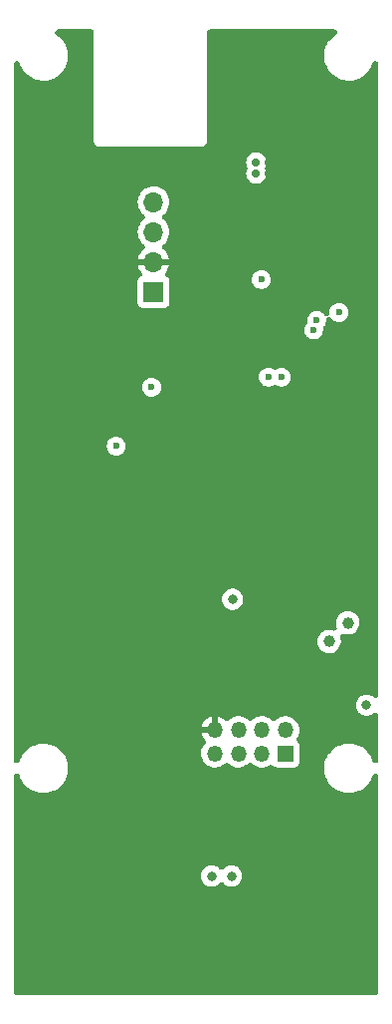
<source format=gbr>
%TF.GenerationSoftware,KiCad,Pcbnew,6.0.7+dfsg-3*%
%TF.CreationDate,2022-09-21T21:46:23+02:00*%
%TF.ProjectId,Adapter_RCB_F9T,41646170-7465-4725-9f52-43425f463954,1*%
%TF.SameCoordinates,Original*%
%TF.FileFunction,Copper,L3,Inr*%
%TF.FilePolarity,Positive*%
%FSLAX46Y46*%
G04 Gerber Fmt 4.6, Leading zero omitted, Abs format (unit mm)*
G04 Created by KiCad (PCBNEW 6.0.7+dfsg-3) date 2022-09-21 21:46:23*
%MOMM*%
%LPD*%
G01*
G04 APERTURE LIST*
%TA.AperFunction,ComponentPad*%
%ADD10R,1.350000X1.350000*%
%TD*%
%TA.AperFunction,ComponentPad*%
%ADD11O,1.350000X1.350000*%
%TD*%
%TA.AperFunction,ComponentPad*%
%ADD12R,1.700000X1.700000*%
%TD*%
%TA.AperFunction,ComponentPad*%
%ADD13O,1.700000X1.700000*%
%TD*%
%TA.AperFunction,ViaPad*%
%ADD14C,0.800000*%
%TD*%
%TA.AperFunction,ViaPad*%
%ADD15C,0.700000*%
%TD*%
%TA.AperFunction,ViaPad*%
%ADD16C,1.000000*%
%TD*%
%TA.AperFunction,ViaPad*%
%ADD17C,0.600000*%
%TD*%
G04 APERTURE END LIST*
D10*
%TO.N,Net-(C41-Pad1)*%
%TO.C,J41*%
X77600000Y-99000000D03*
D11*
%TO.N,Net-(C42-Pad1)*%
X77600000Y-97000000D03*
%TO.N,/F9T_TXD*%
X75600000Y-99000000D03*
%TO.N,Net-(J41-Pad4)*%
X75600000Y-97000000D03*
%TO.N,/F9T_RXD*%
X73600000Y-99000000D03*
%TO.N,/TP1*%
X73600000Y-97000000D03*
%TO.N,/TP2*%
X71600000Y-99000000D03*
%TO.N,GND*%
X71600000Y-97000000D03*
%TD*%
D12*
%TO.N,-5V*%
%TO.C,J2*%
X66375000Y-59800000D03*
D13*
%TO.N,GND*%
X66375000Y-57260000D03*
%TO.N,+5V*%
X66375000Y-54720000D03*
%TO.N,VBUS*%
X66375000Y-52180000D03*
%TD*%
D14*
%TO.N,GND*%
X64100000Y-90100000D03*
D15*
X76200000Y-49750000D03*
D14*
X85000000Y-105000000D03*
X76000000Y-108300000D03*
X64300000Y-94100000D03*
X76300000Y-112700000D03*
X67100000Y-89700000D03*
X60000000Y-50000000D03*
X85000000Y-90000000D03*
X84250000Y-114000000D03*
X59100000Y-105000000D03*
X64300000Y-93100000D03*
X59100000Y-106000000D03*
X58500000Y-119000000D03*
X81500000Y-115000000D03*
X76400000Y-110600000D03*
X81900000Y-113800000D03*
D16*
X64750000Y-76600000D03*
D14*
X60000000Y-85000000D03*
X59100000Y-103900000D03*
X78500000Y-115000000D03*
X70000000Y-115000000D03*
X64300000Y-98100000D03*
X81340000Y-58440500D03*
X81200000Y-105300000D03*
X58200000Y-113900000D03*
X66100000Y-94100000D03*
X76400000Y-109400000D03*
X68100000Y-57250000D03*
X55000000Y-45000000D03*
X62700000Y-102700000D03*
X72500000Y-75000000D03*
D15*
X74200000Y-64800000D03*
X78700000Y-60300000D03*
D14*
X85000000Y-110000000D03*
X70200000Y-102900000D03*
X65000000Y-105000000D03*
X72700000Y-95200000D03*
X59100000Y-114000000D03*
X58200000Y-112100000D03*
X76500000Y-47250000D03*
X55000000Y-70000000D03*
X78300000Y-110000000D03*
X78500000Y-118000000D03*
X65000000Y-89700000D03*
X85000000Y-45000000D03*
X72500000Y-100700000D03*
X82700000Y-108300000D03*
X74575000Y-43050000D03*
X75100000Y-101600000D03*
X79700000Y-111700000D03*
X71600000Y-104000000D03*
X66100000Y-99100000D03*
X61500000Y-118000000D03*
X81300000Y-110000000D03*
X80000000Y-80000000D03*
X69050000Y-91900000D03*
X79700000Y-108300000D03*
X66100000Y-93100000D03*
X78700000Y-108300000D03*
X64300000Y-95100000D03*
X70600000Y-103900000D03*
X55750000Y-114000000D03*
X80300000Y-110000000D03*
X70000000Y-50000000D03*
X81500000Y-119000000D03*
X66100000Y-98100000D03*
X74500000Y-94100000D03*
X58500000Y-115000000D03*
D15*
X77000000Y-62000500D03*
D14*
X60000000Y-40000000D03*
X72700000Y-94100000D03*
X59100000Y-111000000D03*
X83600000Y-108900000D03*
D15*
X77000000Y-63100500D03*
D14*
X59100000Y-107000000D03*
X78950000Y-75800000D03*
X70700000Y-101800000D03*
X59100000Y-108000000D03*
X77700000Y-108300000D03*
X85000000Y-55000000D03*
D15*
X75900000Y-63100500D03*
D14*
X80000000Y-45000000D03*
X65000000Y-80000000D03*
D15*
X75900000Y-62000500D03*
D14*
X59100000Y-112000000D03*
X60900000Y-114000000D03*
X55000000Y-55000000D03*
X81600000Y-93400000D03*
X65000000Y-110000000D03*
X64800000Y-100600000D03*
X60900000Y-111000000D03*
X66500000Y-71450000D03*
X76400000Y-95600000D03*
X59800000Y-103200000D03*
X81040000Y-59840500D03*
X77300000Y-110000000D03*
X64250000Y-114000000D03*
X67100000Y-92400000D03*
X77500000Y-90000000D03*
X55000000Y-105000000D03*
X60900000Y-105000000D03*
X74500000Y-95200000D03*
X55000000Y-85000000D03*
X66100000Y-95100000D03*
X79100000Y-114300000D03*
X66100000Y-96100000D03*
X61200000Y-101800000D03*
X85000000Y-50000000D03*
X80700000Y-111700000D03*
X79100000Y-106600000D03*
X85000000Y-75000000D03*
X81500000Y-117000000D03*
X72500000Y-80000000D03*
X70700000Y-100700000D03*
X81500000Y-118000000D03*
X80900000Y-114200000D03*
X60900000Y-110000000D03*
X55000000Y-90000000D03*
X60000000Y-90000000D03*
D15*
X73650000Y-49750000D03*
D14*
X61900000Y-101100000D03*
X75750000Y-114000000D03*
X79000000Y-113400000D03*
X85000000Y-80000000D03*
X76100000Y-105800000D03*
X81700000Y-111700000D03*
X75100000Y-104100000D03*
X64000000Y-99000000D03*
X80700000Y-108300000D03*
X77100000Y-106700000D03*
D15*
X78700000Y-64800000D03*
D14*
X62600000Y-100400000D03*
X77000000Y-113300000D03*
X83600000Y-111100000D03*
X63400000Y-102000000D03*
D15*
X74200000Y-60300000D03*
D14*
X79100000Y-103800000D03*
X80000000Y-55000000D03*
X72500000Y-70000000D03*
X66100000Y-92150000D03*
X77700000Y-111700000D03*
X85000000Y-70000000D03*
X72500000Y-55000000D03*
X65500000Y-99900000D03*
X57900000Y-113000000D03*
X55000000Y-95000000D03*
X76100000Y-104100000D03*
X78500000Y-119000000D03*
X60900000Y-106000000D03*
X60000000Y-80000000D03*
X80000000Y-50000000D03*
X64500000Y-57250000D03*
X81150000Y-65700000D03*
D15*
X76200000Y-48850000D03*
D14*
X84000000Y-110000000D03*
X70000000Y-90200000D03*
X60000000Y-100000000D03*
X64300000Y-96100000D03*
X61500000Y-116000000D03*
X77100000Y-105800000D03*
X65000000Y-85000000D03*
X55000000Y-80000000D03*
X82700000Y-111700000D03*
X79300000Y-110000000D03*
X78700000Y-111700000D03*
X78000000Y-113400000D03*
X64000000Y-91100000D03*
X60950000Y-113000000D03*
X60900000Y-108000000D03*
X64300000Y-97100000D03*
D16*
X63400000Y-71500000D03*
D14*
X61300000Y-104100000D03*
X66100000Y-89900000D03*
X85000000Y-65000000D03*
X60000000Y-45000000D03*
X55000000Y-110000000D03*
X58500000Y-117000000D03*
X69050000Y-90200000D03*
X78100000Y-103600000D03*
X59100000Y-109000000D03*
X60900000Y-109000000D03*
X68100000Y-90200000D03*
X63300000Y-99700000D03*
X55000000Y-60000000D03*
X61500000Y-117000000D03*
X81500000Y-116000000D03*
X55000000Y-75000000D03*
X81120345Y-104192602D03*
X75100000Y-105800000D03*
X76000000Y-111700000D03*
X61500000Y-115000000D03*
X76300000Y-107300000D03*
X58500000Y-118000000D03*
X85000000Y-60000000D03*
X74700000Y-92200000D03*
X78500000Y-116000000D03*
X65000000Y-65000000D03*
X60900000Y-112000000D03*
X80700000Y-107300000D03*
X66100000Y-97100000D03*
X78500000Y-117000000D03*
X74950000Y-93200000D03*
X80200000Y-103600000D03*
X60000000Y-95000000D03*
X80900000Y-106300000D03*
X72500000Y-101800000D03*
X73600000Y-92000000D03*
X70000000Y-91900000D03*
X55000000Y-50000000D03*
X64300000Y-92150000D03*
X65000000Y-50000000D03*
X82300000Y-110000000D03*
X55000000Y-65000000D03*
X60500000Y-102500000D03*
X77100000Y-104100000D03*
X78100000Y-106600000D03*
X60900000Y-107000000D03*
X68100000Y-91900000D03*
X85000000Y-85000000D03*
X64100000Y-101300000D03*
X80000000Y-70000000D03*
X60000000Y-55000000D03*
X81700000Y-108300000D03*
X59100000Y-110000000D03*
X61500000Y-119000000D03*
D15*
X73650000Y-48800000D03*
D14*
X58500000Y-116000000D03*
X82100000Y-112700000D03*
X62000000Y-103400000D03*
D17*
%TO.N,/CP_VIN*%
X66200000Y-67900000D03*
X63200000Y-72900000D03*
%TO.N,/USB_D-*%
X80240000Y-62220500D03*
D15*
X75100000Y-48800000D03*
%TO.N,/USB_D+*%
X75100000Y-49750000D03*
D17*
X79990000Y-63040500D03*
%TO.N,/VDD*%
X82140000Y-61540500D03*
X75540000Y-58740500D03*
D16*
%TO.N,Net-(C42-Pad1)*%
X81300000Y-89500000D03*
X82900000Y-87900000D03*
D17*
%TO.N,/F9T_TXD*%
X76140000Y-67040500D03*
%TO.N,/F9T_RXD*%
X77240000Y-67040500D03*
D14*
%TO.N,-5V*%
X73100000Y-85900000D03*
X73000000Y-109400000D03*
%TO.N,+5VA*%
X84500000Y-94900000D03*
X71300000Y-109400000D03*
%TD*%
%TA.AperFunction,Conductor*%
%TO.N,GND*%
G36*
X61145788Y-37519454D02*
G01*
X61226570Y-37573430D01*
X61280546Y-37654212D01*
X61299500Y-37749500D01*
X61299500Y-46991166D01*
X61299495Y-46992687D01*
X61299195Y-47041822D01*
X61299031Y-47068624D01*
X61303906Y-47085681D01*
X61303907Y-47085687D01*
X61304687Y-47088416D01*
X61311758Y-47121539D01*
X61312162Y-47124358D01*
X61314677Y-47141918D01*
X61322016Y-47158059D01*
X61322553Y-47159897D01*
X61332771Y-47187667D01*
X61333554Y-47189416D01*
X61338428Y-47206471D01*
X61349413Y-47223881D01*
X61365494Y-47253685D01*
X61374016Y-47272428D01*
X61385598Y-47285869D01*
X61386628Y-47287480D01*
X61404219Y-47311254D01*
X61405464Y-47312716D01*
X61414930Y-47327720D01*
X61430366Y-47341352D01*
X61454161Y-47365440D01*
X61467600Y-47381037D01*
X61482489Y-47390687D01*
X61483928Y-47391943D01*
X61507488Y-47409827D01*
X61509093Y-47410881D01*
X61522388Y-47422623D01*
X61540189Y-47430981D01*
X61541024Y-47431373D01*
X61570621Y-47447813D01*
X61573014Y-47449364D01*
X61573018Y-47449366D01*
X61587905Y-47459015D01*
X61604903Y-47464098D01*
X61606642Y-47464902D01*
X61634272Y-47475453D01*
X61636103Y-47476013D01*
X61652163Y-47483553D01*
X61672513Y-47486722D01*
X61705538Y-47494195D01*
X61708266Y-47495011D01*
X61708268Y-47495011D01*
X61725261Y-47500093D01*
X61742996Y-47500202D01*
X61742999Y-47500202D01*
X61751289Y-47500252D01*
X61758510Y-47500296D01*
X61758524Y-47500297D01*
X61759748Y-47500304D01*
X61759748Y-47500344D01*
X61760090Y-47500357D01*
X61761009Y-47500500D01*
X61791166Y-47500500D01*
X61792687Y-47500505D01*
X61864023Y-47500941D01*
X61864025Y-47500941D01*
X61868624Y-47500969D01*
X61870194Y-47500520D01*
X61870490Y-47500500D01*
X70391166Y-47500500D01*
X70392687Y-47500505D01*
X70450883Y-47500861D01*
X70450886Y-47500861D01*
X70468624Y-47500969D01*
X70485681Y-47496094D01*
X70485687Y-47496093D01*
X70488416Y-47495313D01*
X70521539Y-47488242D01*
X70524358Y-47487838D01*
X70524361Y-47487837D01*
X70541918Y-47485323D01*
X70558059Y-47477984D01*
X70559897Y-47477447D01*
X70587667Y-47467229D01*
X70589416Y-47466446D01*
X70606471Y-47461572D01*
X70623886Y-47450584D01*
X70653685Y-47434506D01*
X70672428Y-47425984D01*
X70685869Y-47414402D01*
X70687480Y-47413372D01*
X70711254Y-47395781D01*
X70712716Y-47394536D01*
X70727720Y-47385070D01*
X70741352Y-47369634D01*
X70765440Y-47345839D01*
X70781037Y-47332400D01*
X70790687Y-47317511D01*
X70791943Y-47316072D01*
X70809827Y-47292512D01*
X70810881Y-47290907D01*
X70822623Y-47277612D01*
X70831373Y-47258976D01*
X70847813Y-47229379D01*
X70849364Y-47226986D01*
X70849366Y-47226982D01*
X70859015Y-47212095D01*
X70864098Y-47195097D01*
X70864902Y-47193358D01*
X70875453Y-47165728D01*
X70876013Y-47163897D01*
X70883553Y-47147837D01*
X70886722Y-47127487D01*
X70894195Y-47094462D01*
X70895011Y-47091734D01*
X70895011Y-47091732D01*
X70900093Y-47074739D01*
X70900304Y-47040252D01*
X70900344Y-47040252D01*
X70900357Y-47039910D01*
X70900500Y-47038991D01*
X70900500Y-47008834D01*
X70900505Y-47007313D01*
X70900941Y-46935977D01*
X70900941Y-46935975D01*
X70900969Y-46931376D01*
X70900520Y-46929806D01*
X70900500Y-46929510D01*
X70900500Y-37749500D01*
X70919454Y-37654212D01*
X70973430Y-37573430D01*
X71054212Y-37519454D01*
X71149500Y-37500500D01*
X81760317Y-37500500D01*
X81855605Y-37519454D01*
X81936387Y-37573430D01*
X81990363Y-37654212D01*
X82009317Y-37749500D01*
X81990363Y-37844788D01*
X81936387Y-37925570D01*
X81903494Y-37953219D01*
X81675024Y-38113791D01*
X81465224Y-38308749D01*
X81459850Y-38315315D01*
X81289194Y-38523814D01*
X81289189Y-38523821D01*
X81283823Y-38530377D01*
X81134180Y-38774573D01*
X81019062Y-39036818D01*
X81016742Y-39044961D01*
X81016741Y-39044965D01*
X81010814Y-39065773D01*
X80940600Y-39312261D01*
X80900246Y-39595804D01*
X80898747Y-39882200D01*
X80936129Y-40166149D01*
X81011702Y-40442398D01*
X81124068Y-40705835D01*
X81128422Y-40713110D01*
X81128423Y-40713112D01*
X81140116Y-40732650D01*
X81271146Y-40951585D01*
X81450215Y-41175100D01*
X81657962Y-41372245D01*
X81890543Y-41539371D01*
X82143653Y-41673386D01*
X82412610Y-41771810D01*
X82420883Y-41773614D01*
X82420887Y-41773615D01*
X82684147Y-41831015D01*
X82684151Y-41831016D01*
X82692436Y-41832822D01*
X82700887Y-41833487D01*
X82700893Y-41833488D01*
X82800698Y-41841343D01*
X82917053Y-41850500D01*
X83071992Y-41850500D01*
X83196517Y-41842011D01*
X83277278Y-41836505D01*
X83277283Y-41836504D01*
X83285737Y-41835928D01*
X83294031Y-41834210D01*
X83294034Y-41834210D01*
X83557890Y-41779568D01*
X83566186Y-41777850D01*
X83836158Y-41682248D01*
X83843679Y-41678366D01*
X83843684Y-41678364D01*
X83955411Y-41620697D01*
X84090658Y-41550891D01*
X84324976Y-41386209D01*
X84534776Y-41191251D01*
X84578855Y-41137397D01*
X84710806Y-40976186D01*
X84710811Y-40976179D01*
X84716177Y-40969623D01*
X84865820Y-40725427D01*
X84980938Y-40463182D01*
X84986859Y-40442398D01*
X85011026Y-40357557D01*
X85055360Y-40271107D01*
X85129402Y-40208204D01*
X85221880Y-40178423D01*
X85318716Y-40186299D01*
X85405166Y-40230633D01*
X85468069Y-40304675D01*
X85497850Y-40397153D01*
X85499500Y-40425773D01*
X85499500Y-94024410D01*
X85480546Y-94119698D01*
X85426570Y-94200480D01*
X85345788Y-94254456D01*
X85250500Y-94273410D01*
X85155212Y-94254456D01*
X85104142Y-94225855D01*
X84963292Y-94123522D01*
X84963287Y-94123519D01*
X84952730Y-94115849D01*
X84940811Y-94110542D01*
X84940807Y-94110540D01*
X84873993Y-94080793D01*
X84779803Y-94038856D01*
X84594646Y-93999500D01*
X84405354Y-93999500D01*
X84220197Y-94038856D01*
X84126007Y-94080793D01*
X84059193Y-94110540D01*
X84059189Y-94110542D01*
X84047270Y-94115849D01*
X84036716Y-94123517D01*
X84036714Y-94123518D01*
X83904681Y-94219445D01*
X83904678Y-94219448D01*
X83894129Y-94227112D01*
X83885403Y-94236803D01*
X83885401Y-94236805D01*
X83776201Y-94358083D01*
X83776197Y-94358088D01*
X83767467Y-94367784D01*
X83672821Y-94531716D01*
X83614326Y-94711744D01*
X83594540Y-94900000D01*
X83614326Y-95088256D01*
X83672821Y-95268284D01*
X83767467Y-95432216D01*
X83776197Y-95441912D01*
X83776201Y-95441917D01*
X83885401Y-95563195D01*
X83894129Y-95572888D01*
X83904678Y-95580552D01*
X83904681Y-95580555D01*
X84036714Y-95676482D01*
X84047270Y-95684151D01*
X84059189Y-95689458D01*
X84059193Y-95689460D01*
X84122087Y-95717462D01*
X84220197Y-95761144D01*
X84405354Y-95800500D01*
X84594646Y-95800500D01*
X84779803Y-95761144D01*
X84877913Y-95717462D01*
X84940807Y-95689460D01*
X84940811Y-95689458D01*
X84952730Y-95684151D01*
X84963287Y-95676481D01*
X84963292Y-95676478D01*
X85104142Y-95574145D01*
X85192372Y-95533470D01*
X85289452Y-95529656D01*
X85380602Y-95563283D01*
X85451945Y-95629232D01*
X85492620Y-95717462D01*
X85499500Y-95775590D01*
X85499500Y-99572415D01*
X85480546Y-99667703D01*
X85426570Y-99748485D01*
X85345788Y-99802461D01*
X85250500Y-99821415D01*
X85155212Y-99802461D01*
X85074430Y-99748485D01*
X85020454Y-99667703D01*
X85010325Y-99638120D01*
X85005697Y-99621204D01*
X84988298Y-99557602D01*
X84875932Y-99294165D01*
X84864207Y-99274573D01*
X84733211Y-99055695D01*
X84728854Y-99048415D01*
X84549785Y-98824900D01*
X84342038Y-98627755D01*
X84109457Y-98460629D01*
X83856347Y-98326614D01*
X83587390Y-98228190D01*
X83579117Y-98226386D01*
X83579113Y-98226385D01*
X83315853Y-98168985D01*
X83315849Y-98168984D01*
X83307564Y-98167178D01*
X83299113Y-98166513D01*
X83299107Y-98166512D01*
X83199302Y-98158657D01*
X83082947Y-98149500D01*
X82928008Y-98149500D01*
X82803483Y-98157989D01*
X82722722Y-98163495D01*
X82722717Y-98163496D01*
X82714263Y-98164072D01*
X82705969Y-98165790D01*
X82705966Y-98165790D01*
X82532090Y-98201798D01*
X82433814Y-98222150D01*
X82163842Y-98317752D01*
X82156321Y-98321634D01*
X82156316Y-98321636D01*
X82087734Y-98357034D01*
X81909342Y-98449109D01*
X81675024Y-98613791D01*
X81465224Y-98808749D01*
X81459850Y-98815315D01*
X81289194Y-99023814D01*
X81289189Y-99023821D01*
X81283823Y-99030377D01*
X81134180Y-99274573D01*
X81019062Y-99536818D01*
X81016742Y-99544961D01*
X81016741Y-99544965D01*
X81010814Y-99565773D01*
X80940600Y-99812261D01*
X80900246Y-100095804D01*
X80898747Y-100382200D01*
X80936129Y-100666149D01*
X81011702Y-100942398D01*
X81124068Y-101205835D01*
X81128422Y-101213110D01*
X81128423Y-101213112D01*
X81140116Y-101232650D01*
X81271146Y-101451585D01*
X81450215Y-101675100D01*
X81657962Y-101872245D01*
X81890543Y-102039371D01*
X82143653Y-102173386D01*
X82412610Y-102271810D01*
X82420883Y-102273614D01*
X82420887Y-102273615D01*
X82684147Y-102331015D01*
X82684151Y-102331016D01*
X82692436Y-102332822D01*
X82700887Y-102333487D01*
X82700893Y-102333488D01*
X82800698Y-102341343D01*
X82917053Y-102350500D01*
X83071992Y-102350500D01*
X83196517Y-102342011D01*
X83277278Y-102336505D01*
X83277283Y-102336504D01*
X83285737Y-102335928D01*
X83294031Y-102334210D01*
X83294034Y-102334210D01*
X83557890Y-102279568D01*
X83566186Y-102277850D01*
X83836158Y-102182248D01*
X83843679Y-102178366D01*
X83843684Y-102178364D01*
X83955411Y-102120697D01*
X84090658Y-102050891D01*
X84324976Y-101886209D01*
X84534776Y-101691251D01*
X84578855Y-101637397D01*
X84710806Y-101476186D01*
X84710811Y-101476179D01*
X84716177Y-101469623D01*
X84865820Y-101225427D01*
X84980938Y-100963182D01*
X84986859Y-100942398D01*
X85011026Y-100857557D01*
X85055360Y-100771107D01*
X85129402Y-100708204D01*
X85221880Y-100678423D01*
X85318716Y-100686299D01*
X85405166Y-100730633D01*
X85468069Y-100804675D01*
X85497850Y-100897153D01*
X85499500Y-100925773D01*
X85499500Y-119250500D01*
X85480546Y-119345788D01*
X85426570Y-119426570D01*
X85345788Y-119480546D01*
X85250500Y-119499500D01*
X54749500Y-119499500D01*
X54654212Y-119480546D01*
X54573430Y-119426570D01*
X54519454Y-119345788D01*
X54500500Y-119250500D01*
X54500500Y-109400000D01*
X70394540Y-109400000D01*
X70414326Y-109588256D01*
X70472821Y-109768284D01*
X70567467Y-109932216D01*
X70576197Y-109941912D01*
X70576201Y-109941917D01*
X70685401Y-110063195D01*
X70694129Y-110072888D01*
X70704678Y-110080552D01*
X70704681Y-110080555D01*
X70836714Y-110176482D01*
X70847270Y-110184151D01*
X70859189Y-110189458D01*
X70859193Y-110189460D01*
X70926007Y-110219207D01*
X71020197Y-110261144D01*
X71205354Y-110300500D01*
X71394646Y-110300500D01*
X71579803Y-110261144D01*
X71673993Y-110219207D01*
X71740807Y-110189460D01*
X71740811Y-110189458D01*
X71752730Y-110184151D01*
X71763286Y-110176482D01*
X71895319Y-110080555D01*
X71895322Y-110080552D01*
X71905871Y-110072888D01*
X71914599Y-110063194D01*
X71914604Y-110063190D01*
X71964958Y-110007267D01*
X72042804Y-109949137D01*
X72136970Y-109925222D01*
X72233119Y-109939164D01*
X72316614Y-109988839D01*
X72335042Y-110007267D01*
X72385396Y-110063190D01*
X72385401Y-110063194D01*
X72394129Y-110072888D01*
X72404678Y-110080552D01*
X72404681Y-110080555D01*
X72536714Y-110176482D01*
X72547270Y-110184151D01*
X72559189Y-110189458D01*
X72559193Y-110189460D01*
X72626007Y-110219207D01*
X72720197Y-110261144D01*
X72905354Y-110300500D01*
X73094646Y-110300500D01*
X73279803Y-110261144D01*
X73373993Y-110219207D01*
X73440807Y-110189460D01*
X73440811Y-110189458D01*
X73452730Y-110184151D01*
X73463286Y-110176482D01*
X73595319Y-110080555D01*
X73595322Y-110080552D01*
X73605871Y-110072888D01*
X73614599Y-110063195D01*
X73723799Y-109941917D01*
X73723803Y-109941912D01*
X73732533Y-109932216D01*
X73827179Y-109768284D01*
X73885674Y-109588256D01*
X73905460Y-109400000D01*
X73885674Y-109211744D01*
X73827179Y-109031716D01*
X73732533Y-108867784D01*
X73723803Y-108858088D01*
X73723799Y-108858083D01*
X73614599Y-108736805D01*
X73614597Y-108736803D01*
X73605871Y-108727112D01*
X73595322Y-108719448D01*
X73595319Y-108719445D01*
X73463286Y-108623518D01*
X73463284Y-108623517D01*
X73452730Y-108615849D01*
X73440811Y-108610542D01*
X73440807Y-108610540D01*
X73373993Y-108580793D01*
X73279803Y-108538856D01*
X73094646Y-108499500D01*
X72905354Y-108499500D01*
X72720197Y-108538856D01*
X72626007Y-108580793D01*
X72559193Y-108610540D01*
X72559189Y-108610542D01*
X72547270Y-108615849D01*
X72536716Y-108623517D01*
X72536714Y-108623518D01*
X72404681Y-108719445D01*
X72404678Y-108719448D01*
X72394129Y-108727112D01*
X72385401Y-108736806D01*
X72385396Y-108736810D01*
X72335042Y-108792733D01*
X72257196Y-108850863D01*
X72163030Y-108874778D01*
X72066881Y-108860836D01*
X71983386Y-108811161D01*
X71964958Y-108792733D01*
X71914604Y-108736810D01*
X71914599Y-108736806D01*
X71905871Y-108727112D01*
X71895322Y-108719448D01*
X71895319Y-108719445D01*
X71763286Y-108623518D01*
X71763284Y-108623517D01*
X71752730Y-108615849D01*
X71740811Y-108610542D01*
X71740807Y-108610540D01*
X71673993Y-108580793D01*
X71579803Y-108538856D01*
X71394646Y-108499500D01*
X71205354Y-108499500D01*
X71020197Y-108538856D01*
X70926007Y-108580793D01*
X70859193Y-108610540D01*
X70859189Y-108610542D01*
X70847270Y-108615849D01*
X70836716Y-108623517D01*
X70836714Y-108623518D01*
X70704681Y-108719445D01*
X70704678Y-108719448D01*
X70694129Y-108727112D01*
X70685403Y-108736803D01*
X70685401Y-108736805D01*
X70576201Y-108858083D01*
X70576197Y-108858088D01*
X70567467Y-108867784D01*
X70472821Y-109031716D01*
X70414326Y-109211744D01*
X70394540Y-109400000D01*
X54500500Y-109400000D01*
X54500500Y-100927585D01*
X54519454Y-100832297D01*
X54573430Y-100751515D01*
X54654212Y-100697539D01*
X54749500Y-100678585D01*
X54844788Y-100697539D01*
X54925570Y-100751515D01*
X54979546Y-100832297D01*
X54989674Y-100861877D01*
X55011702Y-100942398D01*
X55124068Y-101205835D01*
X55128422Y-101213110D01*
X55128423Y-101213112D01*
X55140116Y-101232650D01*
X55271146Y-101451585D01*
X55450215Y-101675100D01*
X55657962Y-101872245D01*
X55890543Y-102039371D01*
X56143653Y-102173386D01*
X56412610Y-102271810D01*
X56420883Y-102273614D01*
X56420887Y-102273615D01*
X56684147Y-102331015D01*
X56684151Y-102331016D01*
X56692436Y-102332822D01*
X56700887Y-102333487D01*
X56700893Y-102333488D01*
X56800698Y-102341343D01*
X56917053Y-102350500D01*
X57071992Y-102350500D01*
X57196517Y-102342011D01*
X57277278Y-102336505D01*
X57277283Y-102336504D01*
X57285737Y-102335928D01*
X57294031Y-102334210D01*
X57294034Y-102334210D01*
X57557890Y-102279568D01*
X57566186Y-102277850D01*
X57836158Y-102182248D01*
X57843679Y-102178366D01*
X57843684Y-102178364D01*
X57955411Y-102120697D01*
X58090658Y-102050891D01*
X58324976Y-101886209D01*
X58534776Y-101691251D01*
X58578855Y-101637397D01*
X58710806Y-101476186D01*
X58710811Y-101476179D01*
X58716177Y-101469623D01*
X58865820Y-101225427D01*
X58980938Y-100963182D01*
X58986859Y-100942398D01*
X59057080Y-100695882D01*
X59059400Y-100687739D01*
X59099754Y-100404196D01*
X59100933Y-100178918D01*
X59101209Y-100126279D01*
X59101209Y-100126273D01*
X59101253Y-100117800D01*
X59063871Y-99833851D01*
X58988298Y-99557602D01*
X58875932Y-99294165D01*
X58864207Y-99274573D01*
X58733211Y-99055695D01*
X58728854Y-99048415D01*
X58665308Y-98969097D01*
X70419869Y-98969097D01*
X70433998Y-99184677D01*
X70436807Y-99195738D01*
X70436808Y-99195743D01*
X70484366Y-99382999D01*
X70487178Y-99394071D01*
X70491957Y-99404438D01*
X70491959Y-99404443D01*
X70538684Y-99505795D01*
X70577626Y-99590268D01*
X70584212Y-99599587D01*
X70675725Y-99729075D01*
X70702313Y-99766697D01*
X70710485Y-99774657D01*
X70710486Y-99774659D01*
X70848883Y-99909479D01*
X70848886Y-99909482D01*
X70857065Y-99917449D01*
X70866560Y-99923793D01*
X70866562Y-99923795D01*
X70902575Y-99947858D01*
X71036697Y-100037475D01*
X71047187Y-100041982D01*
X71047189Y-100041983D01*
X71119137Y-100072894D01*
X71235194Y-100122756D01*
X71445909Y-100170436D01*
X71558942Y-100174877D01*
X71650373Y-100178470D01*
X71650377Y-100178470D01*
X71661784Y-100178918D01*
X71875591Y-100147918D01*
X72004161Y-100104274D01*
X72069354Y-100082144D01*
X72069358Y-100082142D01*
X72080167Y-100078473D01*
X72090125Y-100072896D01*
X72090128Y-100072895D01*
X72258702Y-99978490D01*
X72258707Y-99978487D01*
X72268663Y-99972911D01*
X72277439Y-99965612D01*
X72277442Y-99965610D01*
X72425983Y-99842069D01*
X72434765Y-99834765D01*
X72435399Y-99835527D01*
X72507521Y-99787337D01*
X72602809Y-99768383D01*
X72698097Y-99787337D01*
X72776558Y-99839023D01*
X72848883Y-99909479D01*
X72848886Y-99909482D01*
X72857065Y-99917449D01*
X72866560Y-99923793D01*
X72866562Y-99923795D01*
X72902575Y-99947858D01*
X73036697Y-100037475D01*
X73047187Y-100041982D01*
X73047189Y-100041983D01*
X73119137Y-100072894D01*
X73235194Y-100122756D01*
X73445909Y-100170436D01*
X73558942Y-100174877D01*
X73650373Y-100178470D01*
X73650377Y-100178470D01*
X73661784Y-100178918D01*
X73875591Y-100147918D01*
X74004161Y-100104274D01*
X74069354Y-100082144D01*
X74069358Y-100082142D01*
X74080167Y-100078473D01*
X74090125Y-100072896D01*
X74090128Y-100072895D01*
X74258702Y-99978490D01*
X74258707Y-99978487D01*
X74268663Y-99972911D01*
X74277439Y-99965612D01*
X74277442Y-99965610D01*
X74425983Y-99842069D01*
X74434765Y-99834765D01*
X74435399Y-99835527D01*
X74507521Y-99787337D01*
X74602809Y-99768383D01*
X74698097Y-99787337D01*
X74776558Y-99839023D01*
X74848883Y-99909479D01*
X74848886Y-99909482D01*
X74857065Y-99917449D01*
X74866560Y-99923793D01*
X74866562Y-99923795D01*
X74902575Y-99947858D01*
X75036697Y-100037475D01*
X75047187Y-100041982D01*
X75047189Y-100041983D01*
X75119137Y-100072894D01*
X75235194Y-100122756D01*
X75445909Y-100170436D01*
X75558942Y-100174877D01*
X75650373Y-100178470D01*
X75650377Y-100178470D01*
X75661784Y-100178918D01*
X75875591Y-100147918D01*
X76004161Y-100104274D01*
X76069354Y-100082144D01*
X76069358Y-100082142D01*
X76080167Y-100078473D01*
X76221026Y-99999589D01*
X76259791Y-99977880D01*
X76352192Y-99947858D01*
X76449047Y-99955481D01*
X76535612Y-99999589D01*
X76556992Y-100018586D01*
X76567454Y-100032546D01*
X76682176Y-100118526D01*
X76728712Y-100135971D01*
X76801804Y-100163372D01*
X76801805Y-100163372D01*
X76816420Y-100168851D01*
X76877623Y-100175500D01*
X77599517Y-100175500D01*
X78322376Y-100175499D01*
X78383580Y-100168851D01*
X78517824Y-100118526D01*
X78632546Y-100032546D01*
X78718526Y-99917824D01*
X78754668Y-99821415D01*
X78763372Y-99798196D01*
X78763372Y-99798195D01*
X78768851Y-99783580D01*
X78775500Y-99722377D01*
X78775499Y-98277624D01*
X78768851Y-98216420D01*
X78718526Y-98082176D01*
X78632546Y-97967454D01*
X78618823Y-97957169D01*
X78565086Y-97876745D01*
X78546132Y-97781457D01*
X78565086Y-97686169D01*
X78577880Y-97659791D01*
X78622758Y-97579654D01*
X78678473Y-97480167D01*
X78747918Y-97275591D01*
X78778918Y-97061784D01*
X78780536Y-97000000D01*
X78760768Y-96784864D01*
X78702125Y-96576934D01*
X78606572Y-96383172D01*
X78477309Y-96210067D01*
X78318665Y-96063418D01*
X78301922Y-96052854D01*
X78145608Y-95954227D01*
X78145604Y-95954225D01*
X78135952Y-95948135D01*
X77935290Y-95868079D01*
X77723400Y-95825931D01*
X77605368Y-95824386D01*
X77518788Y-95823252D01*
X77518784Y-95823252D01*
X77507376Y-95823103D01*
X77496128Y-95825036D01*
X77496125Y-95825036D01*
X77305704Y-95857757D01*
X77294455Y-95859690D01*
X77283753Y-95863638D01*
X77283750Y-95863639D01*
X77102475Y-95930515D01*
X77102473Y-95930516D01*
X77091766Y-95934466D01*
X77081958Y-95940301D01*
X77081956Y-95940302D01*
X76915907Y-96039090D01*
X76915905Y-96039092D01*
X76906098Y-96044926D01*
X76762945Y-96170468D01*
X76678810Y-96219043D01*
X76582486Y-96231725D01*
X76488642Y-96206580D01*
X76429750Y-96166104D01*
X76327052Y-96071171D01*
X76318665Y-96063418D01*
X76301922Y-96052854D01*
X76145608Y-95954227D01*
X76145604Y-95954225D01*
X76135952Y-95948135D01*
X75935290Y-95868079D01*
X75723400Y-95825931D01*
X75605368Y-95824386D01*
X75518788Y-95823252D01*
X75518784Y-95823252D01*
X75507376Y-95823103D01*
X75496128Y-95825036D01*
X75496125Y-95825036D01*
X75305704Y-95857757D01*
X75294455Y-95859690D01*
X75283753Y-95863638D01*
X75283750Y-95863639D01*
X75102475Y-95930515D01*
X75102473Y-95930516D01*
X75091766Y-95934466D01*
X75081958Y-95940301D01*
X75081956Y-95940302D01*
X74915907Y-96039090D01*
X74915905Y-96039092D01*
X74906098Y-96044926D01*
X74762945Y-96170468D01*
X74678810Y-96219043D01*
X74582486Y-96231725D01*
X74488642Y-96206580D01*
X74429750Y-96166104D01*
X74327052Y-96071171D01*
X74318665Y-96063418D01*
X74301922Y-96052854D01*
X74145608Y-95954227D01*
X74145604Y-95954225D01*
X74135952Y-95948135D01*
X73935290Y-95868079D01*
X73723400Y-95825931D01*
X73605368Y-95824386D01*
X73518788Y-95823252D01*
X73518784Y-95823252D01*
X73507376Y-95823103D01*
X73496128Y-95825036D01*
X73496125Y-95825036D01*
X73305704Y-95857757D01*
X73294455Y-95859690D01*
X73283753Y-95863638D01*
X73283750Y-95863639D01*
X73102475Y-95930515D01*
X73102473Y-95930516D01*
X73091766Y-95934466D01*
X73081958Y-95940301D01*
X73081956Y-95940302D01*
X72915907Y-96039090D01*
X72915905Y-96039092D01*
X72906098Y-96044926D01*
X72897516Y-96052452D01*
X72897515Y-96052453D01*
X72762570Y-96170797D01*
X72678432Y-96219375D01*
X72582108Y-96232056D01*
X72488263Y-96206910D01*
X72429372Y-96166436D01*
X72326740Y-96071564D01*
X72308701Y-96057722D01*
X72145382Y-95954676D01*
X72125116Y-95944350D01*
X71945751Y-95872790D01*
X71923958Y-95866334D01*
X71874051Y-95856407D01*
X71853196Y-95856407D01*
X71850000Y-95864123D01*
X71850000Y-97001000D01*
X71831046Y-97096288D01*
X71777070Y-97177070D01*
X71696288Y-97231046D01*
X71601000Y-97250000D01*
X70475631Y-97250000D01*
X70455173Y-97254069D01*
X70454177Y-97259079D01*
X70454920Y-97265027D01*
X70484839Y-97382831D01*
X70492432Y-97404274D01*
X70573284Y-97579654D01*
X70584647Y-97599336D01*
X70696106Y-97757047D01*
X70710873Y-97774338D01*
X70756587Y-97818870D01*
X70811617Y-97898938D01*
X70831817Y-97993970D01*
X70814112Y-98089498D01*
X70761198Y-98170979D01*
X70755848Y-98176057D01*
X70752255Y-98179843D01*
X70743669Y-98187373D01*
X70609919Y-98357034D01*
X70604606Y-98367133D01*
X70604605Y-98367134D01*
X70561476Y-98449109D01*
X70509327Y-98548228D01*
X70445262Y-98754553D01*
X70419869Y-98969097D01*
X58665308Y-98969097D01*
X58549785Y-98824900D01*
X58342038Y-98627755D01*
X58109457Y-98460629D01*
X57856347Y-98326614D01*
X57587390Y-98228190D01*
X57579117Y-98226386D01*
X57579113Y-98226385D01*
X57315853Y-98168985D01*
X57315849Y-98168984D01*
X57307564Y-98167178D01*
X57299113Y-98166513D01*
X57299107Y-98166512D01*
X57199302Y-98158657D01*
X57082947Y-98149500D01*
X56928008Y-98149500D01*
X56803483Y-98157989D01*
X56722722Y-98163495D01*
X56722717Y-98163496D01*
X56714263Y-98164072D01*
X56705969Y-98165790D01*
X56705966Y-98165790D01*
X56532090Y-98201798D01*
X56433814Y-98222150D01*
X56163842Y-98317752D01*
X56156321Y-98321634D01*
X56156316Y-98321636D01*
X56087734Y-98357034D01*
X55909342Y-98449109D01*
X55675024Y-98613791D01*
X55465224Y-98808749D01*
X55459850Y-98815315D01*
X55289194Y-99023814D01*
X55289189Y-99023821D01*
X55283823Y-99030377D01*
X55134180Y-99274573D01*
X55019062Y-99536818D01*
X55016742Y-99544961D01*
X55016741Y-99544965D01*
X54988974Y-99642443D01*
X54944640Y-99728893D01*
X54870598Y-99791796D01*
X54778120Y-99821577D01*
X54681284Y-99813701D01*
X54594834Y-99769367D01*
X54531931Y-99695325D01*
X54502150Y-99602847D01*
X54500500Y-99574227D01*
X54500500Y-96747321D01*
X70452291Y-96747321D01*
X70453834Y-96748158D01*
X70465976Y-96750000D01*
X71325473Y-96750000D01*
X71345931Y-96745931D01*
X71350000Y-96725473D01*
X71350000Y-95875180D01*
X71345931Y-95854722D01*
X71336841Y-95852914D01*
X71305843Y-95858241D01*
X71283872Y-95864127D01*
X71102691Y-95930968D01*
X71082172Y-95940755D01*
X70916199Y-96039498D01*
X70897816Y-96052854D01*
X70752612Y-96180195D01*
X70736968Y-96196682D01*
X70617410Y-96348339D01*
X70605023Y-96367414D01*
X70515107Y-96538318D01*
X70506406Y-96559321D01*
X70454471Y-96726579D01*
X70452291Y-96747321D01*
X54500500Y-96747321D01*
X54500500Y-89485963D01*
X80294757Y-89485963D01*
X80311175Y-89681483D01*
X80314530Y-89693184D01*
X80314531Y-89693188D01*
X80326317Y-89734288D01*
X80365258Y-89870091D01*
X80370824Y-89880921D01*
X80370825Y-89880924D01*
X80390651Y-89919501D01*
X80454944Y-90044601D01*
X80576818Y-90198369D01*
X80586085Y-90206256D01*
X80586089Y-90206260D01*
X80716966Y-90317644D01*
X80726238Y-90325535D01*
X80897513Y-90421257D01*
X81084118Y-90481889D01*
X81278946Y-90505121D01*
X81291085Y-90504187D01*
X81291087Y-90504187D01*
X81345874Y-90499971D01*
X81474576Y-90490068D01*
X81594488Y-90456587D01*
X81651824Y-90440579D01*
X81651827Y-90440578D01*
X81663556Y-90437303D01*
X81838689Y-90348837D01*
X81860913Y-90331474D01*
X81983705Y-90235539D01*
X81983707Y-90235538D01*
X81993303Y-90228040D01*
X82121509Y-90079511D01*
X82218425Y-89908909D01*
X82280358Y-89722732D01*
X82304949Y-89528071D01*
X82305341Y-89500000D01*
X82286194Y-89304728D01*
X82239028Y-89148504D01*
X82229632Y-89051804D01*
X82257957Y-88958870D01*
X82319690Y-88883849D01*
X82405433Y-88838163D01*
X82502133Y-88828767D01*
X82554340Y-88839721D01*
X82684118Y-88881889D01*
X82878946Y-88905121D01*
X82891085Y-88904187D01*
X82891087Y-88904187D01*
X82945874Y-88899971D01*
X83074576Y-88890068D01*
X83194488Y-88856587D01*
X83251824Y-88840579D01*
X83251827Y-88840578D01*
X83263556Y-88837303D01*
X83438689Y-88748837D01*
X83448290Y-88741336D01*
X83583705Y-88635539D01*
X83583707Y-88635538D01*
X83593303Y-88628040D01*
X83721509Y-88479511D01*
X83818425Y-88308909D01*
X83880358Y-88122732D01*
X83904949Y-87928071D01*
X83905341Y-87900000D01*
X83886194Y-87704728D01*
X83829484Y-87516894D01*
X83816931Y-87493285D01*
X83743087Y-87354404D01*
X83743084Y-87354400D01*
X83737370Y-87343653D01*
X83613361Y-87191602D01*
X83462180Y-87066535D01*
X83289585Y-86973213D01*
X83261196Y-86964425D01*
X83113791Y-86918796D01*
X83113792Y-86918796D01*
X83102152Y-86915193D01*
X82944254Y-86898597D01*
X82919131Y-86895956D01*
X82919130Y-86895956D01*
X82907019Y-86894683D01*
X82711618Y-86912466D01*
X82699942Y-86915902D01*
X82699939Y-86915903D01*
X82535076Y-86964425D01*
X82535072Y-86964427D01*
X82523393Y-86967864D01*
X82349512Y-87058767D01*
X82340025Y-87066395D01*
X82340023Y-87066396D01*
X82206088Y-87174082D01*
X82206085Y-87174085D01*
X82196600Y-87181711D01*
X82188778Y-87191034D01*
X82188775Y-87191036D01*
X82118214Y-87275128D01*
X82070480Y-87332016D01*
X81975956Y-87503954D01*
X81968154Y-87528549D01*
X81920312Y-87679363D01*
X81920311Y-87679368D01*
X81916628Y-87690978D01*
X81894757Y-87885963D01*
X81911175Y-88081483D01*
X81914530Y-88093184D01*
X81914531Y-88093188D01*
X81960561Y-88253711D01*
X81968606Y-88350532D01*
X81938988Y-88443062D01*
X81876214Y-88517214D01*
X81789841Y-88561699D01*
X81693020Y-88569744D01*
X81647576Y-88560209D01*
X81513791Y-88518796D01*
X81513792Y-88518796D01*
X81502152Y-88515193D01*
X81344254Y-88498597D01*
X81319131Y-88495956D01*
X81319130Y-88495956D01*
X81307019Y-88494683D01*
X81111618Y-88512466D01*
X81099942Y-88515902D01*
X81099939Y-88515903D01*
X80935076Y-88564425D01*
X80935072Y-88564427D01*
X80923393Y-88567864D01*
X80749512Y-88658767D01*
X80740025Y-88666395D01*
X80740023Y-88666396D01*
X80606088Y-88774082D01*
X80606085Y-88774085D01*
X80596600Y-88781711D01*
X80588778Y-88791034D01*
X80588775Y-88791036D01*
X80554561Y-88831811D01*
X80470480Y-88932016D01*
X80375956Y-89103954D01*
X80361824Y-89148504D01*
X80320312Y-89279363D01*
X80320311Y-89279368D01*
X80316628Y-89290978D01*
X80294757Y-89485963D01*
X54500500Y-89485963D01*
X54500500Y-85900000D01*
X72194540Y-85900000D01*
X72214326Y-86088256D01*
X72272821Y-86268284D01*
X72367467Y-86432216D01*
X72376197Y-86441912D01*
X72376201Y-86441917D01*
X72485401Y-86563195D01*
X72494129Y-86572888D01*
X72504678Y-86580552D01*
X72504681Y-86580555D01*
X72636714Y-86676482D01*
X72647270Y-86684151D01*
X72659189Y-86689458D01*
X72659193Y-86689460D01*
X72726007Y-86719207D01*
X72820197Y-86761144D01*
X73005354Y-86800500D01*
X73194646Y-86800500D01*
X73379803Y-86761144D01*
X73473993Y-86719207D01*
X73540807Y-86689460D01*
X73540811Y-86689458D01*
X73552730Y-86684151D01*
X73563286Y-86676482D01*
X73695319Y-86580555D01*
X73695322Y-86580552D01*
X73705871Y-86572888D01*
X73714599Y-86563195D01*
X73823799Y-86441917D01*
X73823803Y-86441912D01*
X73832533Y-86432216D01*
X73927179Y-86268284D01*
X73985674Y-86088256D01*
X74005460Y-85900000D01*
X73985674Y-85711744D01*
X73927179Y-85531716D01*
X73832533Y-85367784D01*
X73823803Y-85358088D01*
X73823799Y-85358083D01*
X73714599Y-85236805D01*
X73714597Y-85236803D01*
X73705871Y-85227112D01*
X73695322Y-85219448D01*
X73695319Y-85219445D01*
X73563286Y-85123518D01*
X73563284Y-85123517D01*
X73552730Y-85115849D01*
X73540811Y-85110542D01*
X73540807Y-85110540D01*
X73473993Y-85080793D01*
X73379803Y-85038856D01*
X73194646Y-84999500D01*
X73005354Y-84999500D01*
X72820197Y-85038856D01*
X72726007Y-85080793D01*
X72659193Y-85110540D01*
X72659189Y-85110542D01*
X72647270Y-85115849D01*
X72636716Y-85123517D01*
X72636714Y-85123518D01*
X72504681Y-85219445D01*
X72504678Y-85219448D01*
X72494129Y-85227112D01*
X72485403Y-85236803D01*
X72485401Y-85236805D01*
X72376201Y-85358083D01*
X72376197Y-85358088D01*
X72367467Y-85367784D01*
X72272821Y-85531716D01*
X72214326Y-85711744D01*
X72194540Y-85900000D01*
X54500500Y-85900000D01*
X54500500Y-72888753D01*
X62394514Y-72888753D01*
X62395872Y-72902603D01*
X62395872Y-72902607D01*
X62397822Y-72922493D01*
X62412039Y-73067486D01*
X62416432Y-73080693D01*
X62416433Y-73080696D01*
X62427296Y-73113351D01*
X62468726Y-73237896D01*
X62561759Y-73391512D01*
X62571429Y-73401526D01*
X62571431Y-73401528D01*
X62676842Y-73510684D01*
X62676845Y-73510686D01*
X62686514Y-73520699D01*
X62698161Y-73528321D01*
X62698164Y-73528323D01*
X62825135Y-73611410D01*
X62836789Y-73619036D01*
X62849841Y-73623890D01*
X62849843Y-73623891D01*
X62887556Y-73637916D01*
X63005116Y-73681636D01*
X63018912Y-73683477D01*
X63018913Y-73683477D01*
X63169337Y-73703548D01*
X63169340Y-73703548D01*
X63183130Y-73705388D01*
X63196987Y-73704127D01*
X63196991Y-73704127D01*
X63295054Y-73695203D01*
X63361981Y-73689112D01*
X63375223Y-73684809D01*
X63375225Y-73684809D01*
X63519545Y-73637916D01*
X63532782Y-73633615D01*
X63687044Y-73541657D01*
X63817099Y-73417807D01*
X63916483Y-73268222D01*
X63980257Y-73100336D01*
X63986821Y-73053634D01*
X64004163Y-72930236D01*
X64004163Y-72930233D01*
X64005251Y-72922493D01*
X64005565Y-72900000D01*
X64004304Y-72888753D01*
X63987097Y-72735359D01*
X63985546Y-72721528D01*
X63926485Y-72551927D01*
X63831316Y-72399625D01*
X63704770Y-72272193D01*
X63553136Y-72175963D01*
X63540024Y-72171294D01*
X63540022Y-72171293D01*
X63490720Y-72153738D01*
X63383951Y-72115719D01*
X63370128Y-72114071D01*
X63370125Y-72114070D01*
X63280098Y-72103335D01*
X63205624Y-72094455D01*
X63191780Y-72095910D01*
X63191777Y-72095910D01*
X63103035Y-72105237D01*
X63027017Y-72113227D01*
X63013840Y-72117713D01*
X63013839Y-72117713D01*
X62870184Y-72166617D01*
X62870183Y-72166618D01*
X62857007Y-72171103D01*
X62845150Y-72178397D01*
X62845151Y-72178397D01*
X62715897Y-72257914D01*
X62715893Y-72257917D01*
X62704045Y-72265206D01*
X62575732Y-72390859D01*
X62478446Y-72541817D01*
X62417022Y-72710578D01*
X62394514Y-72888753D01*
X54500500Y-72888753D01*
X54500500Y-67888753D01*
X65394514Y-67888753D01*
X65395872Y-67902603D01*
X65395872Y-67902607D01*
X65397822Y-67922493D01*
X65412039Y-68067486D01*
X65416432Y-68080693D01*
X65416433Y-68080696D01*
X65427296Y-68113351D01*
X65468726Y-68237896D01*
X65561759Y-68391512D01*
X65571429Y-68401526D01*
X65571431Y-68401528D01*
X65676842Y-68510684D01*
X65676845Y-68510686D01*
X65686514Y-68520699D01*
X65698161Y-68528321D01*
X65698164Y-68528323D01*
X65825135Y-68611410D01*
X65836789Y-68619036D01*
X65849841Y-68623890D01*
X65849843Y-68623891D01*
X65887556Y-68637916D01*
X66005116Y-68681636D01*
X66018912Y-68683477D01*
X66018913Y-68683477D01*
X66169337Y-68703548D01*
X66169340Y-68703548D01*
X66183130Y-68705388D01*
X66196987Y-68704127D01*
X66196991Y-68704127D01*
X66295054Y-68695203D01*
X66361981Y-68689112D01*
X66375223Y-68684809D01*
X66375225Y-68684809D01*
X66519545Y-68637916D01*
X66532782Y-68633615D01*
X66687044Y-68541657D01*
X66817099Y-68417807D01*
X66916483Y-68268222D01*
X66980257Y-68100336D01*
X66986821Y-68053634D01*
X67004163Y-67930236D01*
X67004163Y-67930233D01*
X67005251Y-67922493D01*
X67005565Y-67900000D01*
X67004304Y-67888753D01*
X66991927Y-67778416D01*
X66985546Y-67721528D01*
X66926485Y-67551927D01*
X66831316Y-67399625D01*
X66704770Y-67272193D01*
X66655360Y-67240836D01*
X66564886Y-67183420D01*
X66553136Y-67175963D01*
X66540024Y-67171294D01*
X66540022Y-67171293D01*
X66490720Y-67153738D01*
X66383951Y-67115719D01*
X66370128Y-67114071D01*
X66370125Y-67114070D01*
X66280098Y-67103335D01*
X66205624Y-67094455D01*
X66191780Y-67095910D01*
X66191777Y-67095910D01*
X66103035Y-67105237D01*
X66027017Y-67113227D01*
X66013840Y-67117713D01*
X66013839Y-67117713D01*
X65870184Y-67166617D01*
X65870183Y-67166618D01*
X65857007Y-67171103D01*
X65845150Y-67178397D01*
X65845151Y-67178397D01*
X65715897Y-67257914D01*
X65715893Y-67257917D01*
X65704045Y-67265206D01*
X65575732Y-67390859D01*
X65478446Y-67541817D01*
X65469980Y-67565078D01*
X65432220Y-67668823D01*
X65417022Y-67710578D01*
X65394514Y-67888753D01*
X54500500Y-67888753D01*
X54500500Y-67029253D01*
X75334514Y-67029253D01*
X75335872Y-67043103D01*
X75335872Y-67043107D01*
X75337822Y-67062993D01*
X75352039Y-67207986D01*
X75356432Y-67221193D01*
X75356433Y-67221196D01*
X75374312Y-67274943D01*
X75408726Y-67378396D01*
X75501759Y-67532012D01*
X75511429Y-67542026D01*
X75511431Y-67542028D01*
X75616842Y-67651184D01*
X75616845Y-67651186D01*
X75626514Y-67661199D01*
X75638161Y-67668821D01*
X75638164Y-67668823D01*
X75765135Y-67751910D01*
X75776789Y-67759536D01*
X75789841Y-67764390D01*
X75789843Y-67764391D01*
X75827556Y-67778416D01*
X75945116Y-67822136D01*
X75958912Y-67823977D01*
X75958913Y-67823977D01*
X76109337Y-67844048D01*
X76109340Y-67844048D01*
X76123130Y-67845888D01*
X76136987Y-67844627D01*
X76136991Y-67844627D01*
X76235054Y-67835703D01*
X76301981Y-67829612D01*
X76315223Y-67825309D01*
X76315225Y-67825309D01*
X76459545Y-67778416D01*
X76472782Y-67774115D01*
X76562210Y-67720806D01*
X76653763Y-67688295D01*
X76750789Y-67693295D01*
X76826046Y-67726331D01*
X76876789Y-67759536D01*
X76889841Y-67764390D01*
X76889843Y-67764391D01*
X76927556Y-67778416D01*
X77045116Y-67822136D01*
X77058912Y-67823977D01*
X77058913Y-67823977D01*
X77209337Y-67844048D01*
X77209340Y-67844048D01*
X77223130Y-67845888D01*
X77236987Y-67844627D01*
X77236991Y-67844627D01*
X77335054Y-67835703D01*
X77401981Y-67829612D01*
X77415223Y-67825309D01*
X77415225Y-67825309D01*
X77559545Y-67778416D01*
X77572782Y-67774115D01*
X77727044Y-67682157D01*
X77857099Y-67558307D01*
X77956483Y-67408722D01*
X78020257Y-67240836D01*
X78026821Y-67194134D01*
X78044163Y-67070736D01*
X78044163Y-67070733D01*
X78045251Y-67062993D01*
X78045565Y-67040500D01*
X78044304Y-67029253D01*
X78027097Y-66875859D01*
X78025546Y-66862028D01*
X77966485Y-66692427D01*
X77871316Y-66540125D01*
X77744770Y-66412693D01*
X77712816Y-66392414D01*
X77604886Y-66323920D01*
X77593136Y-66316463D01*
X77580024Y-66311794D01*
X77580022Y-66311793D01*
X77530720Y-66294238D01*
X77423951Y-66256219D01*
X77410128Y-66254571D01*
X77410125Y-66254570D01*
X77320098Y-66243835D01*
X77245624Y-66234955D01*
X77231780Y-66236410D01*
X77231777Y-66236410D01*
X77143035Y-66245737D01*
X77067017Y-66253727D01*
X77053840Y-66258213D01*
X77053839Y-66258213D01*
X76910184Y-66307117D01*
X76910183Y-66307118D01*
X76897007Y-66311603D01*
X76885150Y-66318897D01*
X76885151Y-66318897D01*
X76820569Y-66358628D01*
X76729477Y-66392414D01*
X76632391Y-66388769D01*
X76556675Y-66356786D01*
X76504886Y-66323920D01*
X76493136Y-66316463D01*
X76480024Y-66311794D01*
X76480022Y-66311793D01*
X76430720Y-66294238D01*
X76323951Y-66256219D01*
X76310128Y-66254571D01*
X76310125Y-66254570D01*
X76220098Y-66243835D01*
X76145624Y-66234955D01*
X76131780Y-66236410D01*
X76131777Y-66236410D01*
X76043035Y-66245737D01*
X75967017Y-66253727D01*
X75953840Y-66258213D01*
X75953839Y-66258213D01*
X75810184Y-66307117D01*
X75810183Y-66307118D01*
X75797007Y-66311603D01*
X75785150Y-66318897D01*
X75785151Y-66318897D01*
X75655897Y-66398414D01*
X75655893Y-66398417D01*
X75644045Y-66405706D01*
X75515732Y-66531359D01*
X75418446Y-66682317D01*
X75357022Y-66851078D01*
X75334514Y-67029253D01*
X54500500Y-67029253D01*
X54500500Y-63029253D01*
X79184514Y-63029253D01*
X79185872Y-63043103D01*
X79185872Y-63043107D01*
X79187822Y-63062993D01*
X79202039Y-63207986D01*
X79206432Y-63221193D01*
X79206433Y-63221196D01*
X79217296Y-63253851D01*
X79258726Y-63378396D01*
X79351759Y-63532012D01*
X79361429Y-63542026D01*
X79361431Y-63542028D01*
X79466842Y-63651184D01*
X79466845Y-63651186D01*
X79476514Y-63661199D01*
X79488161Y-63668821D01*
X79488164Y-63668823D01*
X79615135Y-63751910D01*
X79626789Y-63759536D01*
X79639841Y-63764390D01*
X79639843Y-63764391D01*
X79677556Y-63778416D01*
X79795116Y-63822136D01*
X79808912Y-63823977D01*
X79808913Y-63823977D01*
X79959337Y-63844048D01*
X79959340Y-63844048D01*
X79973130Y-63845888D01*
X79986987Y-63844627D01*
X79986991Y-63844627D01*
X80085054Y-63835703D01*
X80151981Y-63829612D01*
X80165223Y-63825309D01*
X80165225Y-63825309D01*
X80309545Y-63778416D01*
X80322782Y-63774115D01*
X80477044Y-63682157D01*
X80607099Y-63558307D01*
X80706483Y-63408722D01*
X80770257Y-63240836D01*
X80776821Y-63194134D01*
X80794163Y-63070736D01*
X80794163Y-63070733D01*
X80795251Y-63062993D01*
X80795565Y-63040500D01*
X80784578Y-62942551D01*
X80792792Y-62845747D01*
X80841281Y-62754742D01*
X80847010Y-62747915D01*
X80857099Y-62738307D01*
X80894299Y-62682317D01*
X80948779Y-62600318D01*
X80948780Y-62600316D01*
X80956483Y-62588722D01*
X81020257Y-62420836D01*
X81030968Y-62344627D01*
X81044163Y-62250736D01*
X81044163Y-62250733D01*
X81045251Y-62242993D01*
X81045565Y-62220500D01*
X81042120Y-62189789D01*
X81050333Y-62092985D01*
X81094968Y-62006690D01*
X81169228Y-61944045D01*
X81261810Y-61914586D01*
X81358617Y-61922799D01*
X81444912Y-61967434D01*
X81486845Y-62010103D01*
X81494548Y-62020105D01*
X81501759Y-62032012D01*
X81511432Y-62042028D01*
X81511433Y-62042030D01*
X81616842Y-62151184D01*
X81616845Y-62151186D01*
X81626514Y-62161199D01*
X81638161Y-62168821D01*
X81638164Y-62168823D01*
X81763341Y-62250736D01*
X81776789Y-62259536D01*
X81789841Y-62264390D01*
X81789843Y-62264391D01*
X81827556Y-62278416D01*
X81945116Y-62322136D01*
X81958912Y-62323977D01*
X81958913Y-62323977D01*
X82109337Y-62344048D01*
X82109340Y-62344048D01*
X82123130Y-62345888D01*
X82136987Y-62344627D01*
X82136991Y-62344627D01*
X82235054Y-62335703D01*
X82301981Y-62329612D01*
X82315223Y-62325309D01*
X82315225Y-62325309D01*
X82459545Y-62278416D01*
X82472782Y-62274115D01*
X82627044Y-62182157D01*
X82757099Y-62058307D01*
X82817475Y-61967434D01*
X82848779Y-61920318D01*
X82848780Y-61920316D01*
X82856483Y-61908722D01*
X82920257Y-61740836D01*
X82929508Y-61675016D01*
X82944163Y-61570736D01*
X82944163Y-61570733D01*
X82945251Y-61562993D01*
X82945565Y-61540500D01*
X82944304Y-61529253D01*
X82934392Y-61440890D01*
X82925546Y-61362028D01*
X82866485Y-61192427D01*
X82771316Y-61040125D01*
X82644770Y-60912693D01*
X82493136Y-60816463D01*
X82480024Y-60811794D01*
X82480022Y-60811793D01*
X82430720Y-60794238D01*
X82323951Y-60756219D01*
X82310128Y-60754571D01*
X82310125Y-60754570D01*
X82220098Y-60743835D01*
X82145624Y-60734955D01*
X82131780Y-60736410D01*
X82131777Y-60736410D01*
X82043035Y-60745737D01*
X81967017Y-60753727D01*
X81953840Y-60758213D01*
X81953839Y-60758213D01*
X81810184Y-60807117D01*
X81810183Y-60807118D01*
X81797007Y-60811603D01*
X81785150Y-60818897D01*
X81785151Y-60818897D01*
X81655897Y-60898414D01*
X81655893Y-60898417D01*
X81644045Y-60905706D01*
X81515732Y-61031359D01*
X81418446Y-61182317D01*
X81357022Y-61351078D01*
X81334514Y-61529253D01*
X81335872Y-61543104D01*
X81335872Y-61543113D01*
X81339326Y-61578333D01*
X81329762Y-61675016D01*
X81283927Y-61760679D01*
X81208799Y-61822281D01*
X81115815Y-61850444D01*
X81019132Y-61840880D01*
X80933469Y-61795045D01*
X80887496Y-61742718D01*
X80887341Y-61742841D01*
X80884916Y-61739781D01*
X80880355Y-61734590D01*
X80878692Y-61731928D01*
X80878689Y-61731924D01*
X80871316Y-61720125D01*
X80744770Y-61592693D01*
X80722143Y-61578333D01*
X80604886Y-61503920D01*
X80593136Y-61496463D01*
X80580024Y-61491794D01*
X80580022Y-61491793D01*
X80530720Y-61474238D01*
X80423951Y-61436219D01*
X80410128Y-61434571D01*
X80410125Y-61434570D01*
X80320098Y-61423835D01*
X80245624Y-61414955D01*
X80231780Y-61416410D01*
X80231777Y-61416410D01*
X80143035Y-61425737D01*
X80067017Y-61433727D01*
X80053840Y-61438213D01*
X80053839Y-61438213D01*
X79910184Y-61487117D01*
X79910183Y-61487118D01*
X79897007Y-61491603D01*
X79885150Y-61498897D01*
X79885151Y-61498897D01*
X79755897Y-61578414D01*
X79755893Y-61578417D01*
X79744045Y-61585706D01*
X79615732Y-61711359D01*
X79608196Y-61723053D01*
X79608194Y-61723055D01*
X79597415Y-61739781D01*
X79518446Y-61862317D01*
X79481418Y-61964050D01*
X79465899Y-62006690D01*
X79457022Y-62031078D01*
X79434514Y-62209253D01*
X79435872Y-62223103D01*
X79435872Y-62223105D01*
X79437056Y-62235175D01*
X79445663Y-62322956D01*
X79436098Y-62419636D01*
X79390262Y-62505299D01*
X79378683Y-62517936D01*
X79375682Y-62521615D01*
X79365732Y-62531359D01*
X79268446Y-62682317D01*
X79207022Y-62851078D01*
X79184514Y-63029253D01*
X54500500Y-63029253D01*
X54500500Y-58902623D01*
X65024500Y-58902623D01*
X65024501Y-60697376D01*
X65031149Y-60758580D01*
X65081474Y-60892824D01*
X65167454Y-61007546D01*
X65282176Y-61093526D01*
X65298787Y-61099753D01*
X65401804Y-61138372D01*
X65401805Y-61138372D01*
X65416420Y-61143851D01*
X65477623Y-61150500D01*
X66374400Y-61150500D01*
X67272376Y-61150499D01*
X67333580Y-61143851D01*
X67467824Y-61093526D01*
X67582546Y-61007546D01*
X67668526Y-60892824D01*
X67718851Y-60758580D01*
X67725500Y-60697377D01*
X67725499Y-58902624D01*
X67718851Y-58841420D01*
X67676802Y-58729253D01*
X74734514Y-58729253D01*
X74735872Y-58743103D01*
X74735872Y-58743107D01*
X74737822Y-58762993D01*
X74752039Y-58907986D01*
X74756432Y-58921193D01*
X74756433Y-58921196D01*
X74767296Y-58953851D01*
X74808726Y-59078396D01*
X74901759Y-59232012D01*
X74911429Y-59242026D01*
X74911431Y-59242028D01*
X75016842Y-59351184D01*
X75016845Y-59351186D01*
X75026514Y-59361199D01*
X75038161Y-59368821D01*
X75038164Y-59368823D01*
X75165135Y-59451910D01*
X75176789Y-59459536D01*
X75189841Y-59464390D01*
X75189843Y-59464391D01*
X75227556Y-59478416D01*
X75345116Y-59522136D01*
X75358912Y-59523977D01*
X75358913Y-59523977D01*
X75509337Y-59544048D01*
X75509340Y-59544048D01*
X75523130Y-59545888D01*
X75536987Y-59544627D01*
X75536991Y-59544627D01*
X75635054Y-59535703D01*
X75701981Y-59529612D01*
X75715223Y-59525309D01*
X75715225Y-59525309D01*
X75859545Y-59478416D01*
X75872782Y-59474115D01*
X76027044Y-59382157D01*
X76157099Y-59258307D01*
X76256483Y-59108722D01*
X76320257Y-58940836D01*
X76325628Y-58902624D01*
X76344163Y-58770736D01*
X76344163Y-58770733D01*
X76345251Y-58762993D01*
X76345565Y-58740500D01*
X76344304Y-58729253D01*
X76327097Y-58575859D01*
X76325546Y-58562028D01*
X76286360Y-58449500D01*
X76271065Y-58405578D01*
X76271064Y-58405575D01*
X76266485Y-58392427D01*
X76171316Y-58240125D01*
X76044770Y-58112693D01*
X75893136Y-58016463D01*
X75880024Y-58011794D01*
X75880022Y-58011793D01*
X75830720Y-57994238D01*
X75723951Y-57956219D01*
X75710128Y-57954571D01*
X75710125Y-57954570D01*
X75620098Y-57943835D01*
X75545624Y-57934955D01*
X75531780Y-57936410D01*
X75531777Y-57936410D01*
X75443035Y-57945737D01*
X75367017Y-57953727D01*
X75353840Y-57958213D01*
X75353839Y-57958213D01*
X75210184Y-58007117D01*
X75210183Y-58007118D01*
X75197007Y-58011603D01*
X75185150Y-58018897D01*
X75185151Y-58018897D01*
X75055897Y-58098414D01*
X75055893Y-58098417D01*
X75044045Y-58105706D01*
X74915732Y-58231359D01*
X74818446Y-58382317D01*
X74793993Y-58449501D01*
X74770113Y-58515112D01*
X74757022Y-58551078D01*
X74734514Y-58729253D01*
X67676802Y-58729253D01*
X67668526Y-58707176D01*
X67582546Y-58592454D01*
X67560404Y-58575859D01*
X67482016Y-58517110D01*
X67482014Y-58517109D01*
X67467824Y-58506474D01*
X67467912Y-58506356D01*
X67403887Y-58452727D01*
X67358951Y-58366588D01*
X67350400Y-58269810D01*
X67379535Y-58177127D01*
X67407196Y-58136652D01*
X67419347Y-58122171D01*
X67542365Y-57946482D01*
X67553195Y-57927725D01*
X67643834Y-57733348D01*
X67651246Y-57712985D01*
X67699288Y-57533691D01*
X67700652Y-57512877D01*
X67696825Y-57510989D01*
X67689311Y-57510000D01*
X65068891Y-57510000D01*
X65048433Y-57514069D01*
X65047600Y-57518257D01*
X65048590Y-57525771D01*
X65098754Y-57712985D01*
X65106166Y-57733348D01*
X65196805Y-57927725D01*
X65207635Y-57946482D01*
X65330653Y-58122171D01*
X65342804Y-58136652D01*
X65389533Y-58221831D01*
X65400109Y-58318409D01*
X65372921Y-58411682D01*
X65312109Y-58487451D01*
X65286822Y-58504732D01*
X65282176Y-58506474D01*
X65267986Y-58517109D01*
X65267984Y-58517110D01*
X65189596Y-58575859D01*
X65167454Y-58592454D01*
X65081474Y-58707176D01*
X65031149Y-58841420D01*
X65024500Y-58902623D01*
X54500500Y-58902623D01*
X54500500Y-54720000D01*
X65019341Y-54720000D01*
X65039937Y-54955408D01*
X65101097Y-55183663D01*
X65200965Y-55397829D01*
X65336505Y-55591401D01*
X65503599Y-55758495D01*
X65512501Y-55764728D01*
X65512503Y-55764730D01*
X65543362Y-55786338D01*
X65610545Y-55856520D01*
X65645757Y-55947069D01*
X65643637Y-56044201D01*
X65604508Y-56133128D01*
X65543361Y-56194274D01*
X65512833Y-56215650D01*
X65496236Y-56229576D01*
X65344576Y-56381236D01*
X65330653Y-56397830D01*
X65207635Y-56573518D01*
X65196805Y-56592275D01*
X65106166Y-56786652D01*
X65098754Y-56807015D01*
X65050712Y-56986309D01*
X65049348Y-57007123D01*
X65053175Y-57009011D01*
X65060689Y-57010000D01*
X67681109Y-57010000D01*
X67701567Y-57005931D01*
X67702400Y-57001743D01*
X67701410Y-56994229D01*
X67651246Y-56807015D01*
X67643834Y-56786652D01*
X67553195Y-56592275D01*
X67542365Y-56573518D01*
X67419347Y-56397830D01*
X67405424Y-56381236D01*
X67253761Y-56229573D01*
X67237175Y-56215656D01*
X67206641Y-56194276D01*
X67139457Y-56124095D01*
X67104243Y-56033546D01*
X67106362Y-55936415D01*
X67145490Y-55847487D01*
X67206638Y-55786338D01*
X67237497Y-55764730D01*
X67237499Y-55764728D01*
X67246401Y-55758495D01*
X67413495Y-55591401D01*
X67549035Y-55397829D01*
X67648903Y-55183663D01*
X67710063Y-54955408D01*
X67730659Y-54720000D01*
X67710063Y-54484592D01*
X67648903Y-54256337D01*
X67549035Y-54042171D01*
X67413495Y-53848599D01*
X67246401Y-53681505D01*
X67237497Y-53675270D01*
X67207075Y-53653968D01*
X67139892Y-53583786D01*
X67104680Y-53493237D01*
X67106800Y-53396105D01*
X67145929Y-53307178D01*
X67207075Y-53246032D01*
X67237497Y-53224730D01*
X67237499Y-53224728D01*
X67246401Y-53218495D01*
X67413495Y-53051401D01*
X67549035Y-52857829D01*
X67648903Y-52643663D01*
X67710063Y-52415408D01*
X67730659Y-52180000D01*
X67710063Y-51944592D01*
X67648903Y-51716337D01*
X67549035Y-51502171D01*
X67413495Y-51308599D01*
X67246401Y-51141505D01*
X67237503Y-51135275D01*
X67237500Y-51135272D01*
X67061729Y-51012196D01*
X67061728Y-51012195D01*
X67052830Y-51005965D01*
X67042985Y-51001374D01*
X67042983Y-51001373D01*
X66966055Y-50965501D01*
X66838663Y-50906097D01*
X66828165Y-50903284D01*
X66828162Y-50903283D01*
X66724535Y-50875517D01*
X66610408Y-50844937D01*
X66599575Y-50843989D01*
X66599574Y-50843989D01*
X66385835Y-50825289D01*
X66375000Y-50824341D01*
X66364165Y-50825289D01*
X66150426Y-50843989D01*
X66150425Y-50843989D01*
X66139592Y-50844937D01*
X65911337Y-50906097D01*
X65901484Y-50910691D01*
X65901480Y-50910693D01*
X65707027Y-51001369D01*
X65697171Y-51005965D01*
X65503599Y-51141505D01*
X65336505Y-51308599D01*
X65200965Y-51502171D01*
X65101097Y-51716337D01*
X65039937Y-51944592D01*
X65019341Y-52180000D01*
X65039937Y-52415408D01*
X65101097Y-52643663D01*
X65200965Y-52857829D01*
X65336505Y-53051401D01*
X65503599Y-53218495D01*
X65512501Y-53224728D01*
X65512503Y-53224730D01*
X65542923Y-53246030D01*
X65610108Y-53316211D01*
X65645321Y-53406760D01*
X65643202Y-53503892D01*
X65604074Y-53592819D01*
X65542926Y-53653968D01*
X65503599Y-53681505D01*
X65336505Y-53848599D01*
X65200965Y-54042171D01*
X65101097Y-54256337D01*
X65039937Y-54484592D01*
X65019341Y-54720000D01*
X54500500Y-54720000D01*
X54500500Y-49750000D01*
X74244815Y-49750000D01*
X74263503Y-49927803D01*
X74318750Y-50097835D01*
X74408141Y-50252665D01*
X74416871Y-50262361D01*
X74416875Y-50262366D01*
X74519044Y-50375835D01*
X74527770Y-50385526D01*
X74672407Y-50490612D01*
X74835733Y-50563329D01*
X75010609Y-50600500D01*
X75189391Y-50600500D01*
X75364267Y-50563329D01*
X75527593Y-50490612D01*
X75672230Y-50385526D01*
X75680956Y-50375835D01*
X75783125Y-50262366D01*
X75783129Y-50262361D01*
X75791859Y-50252665D01*
X75881250Y-50097835D01*
X75936497Y-49927803D01*
X75955185Y-49750000D01*
X75936497Y-49572197D01*
X75881250Y-49402165D01*
X75874723Y-49390859D01*
X75869418Y-49378945D01*
X75872300Y-49377662D01*
X75848485Y-49307526D01*
X75854829Y-49210579D01*
X75870922Y-49171725D01*
X75869418Y-49171055D01*
X75874723Y-49159141D01*
X75881250Y-49147835D01*
X75936497Y-48977803D01*
X75955185Y-48800000D01*
X75936497Y-48622197D01*
X75881250Y-48452165D01*
X75791859Y-48297335D01*
X75783129Y-48287639D01*
X75783125Y-48287634D01*
X75680956Y-48174165D01*
X75680955Y-48174164D01*
X75672230Y-48164474D01*
X75527593Y-48059388D01*
X75515667Y-48054078D01*
X75376189Y-47991979D01*
X75364267Y-47986671D01*
X75189391Y-47949500D01*
X75010609Y-47949500D01*
X74835733Y-47986671D01*
X74672408Y-48059388D01*
X74661851Y-48067058D01*
X74661846Y-48067061D01*
X74591898Y-48117882D01*
X74527770Y-48164474D01*
X74519038Y-48174172D01*
X74416875Y-48287634D01*
X74416871Y-48287639D01*
X74408141Y-48297335D01*
X74318750Y-48452165D01*
X74263503Y-48622197D01*
X74244815Y-48800000D01*
X74263503Y-48977803D01*
X74318750Y-49147835D01*
X74325277Y-49159141D01*
X74330582Y-49171055D01*
X74327700Y-49172338D01*
X74351515Y-49242474D01*
X74345171Y-49339421D01*
X74329078Y-49378275D01*
X74330582Y-49378945D01*
X74325277Y-49390859D01*
X74318750Y-49402165D01*
X74263503Y-49572197D01*
X74244815Y-49750000D01*
X54500500Y-49750000D01*
X54500500Y-40427585D01*
X54519454Y-40332297D01*
X54573430Y-40251515D01*
X54654212Y-40197539D01*
X54749500Y-40178585D01*
X54844788Y-40197539D01*
X54925570Y-40251515D01*
X54979546Y-40332297D01*
X54989674Y-40361877D01*
X55011702Y-40442398D01*
X55124068Y-40705835D01*
X55128422Y-40713110D01*
X55128423Y-40713112D01*
X55140116Y-40732650D01*
X55271146Y-40951585D01*
X55450215Y-41175100D01*
X55657962Y-41372245D01*
X55890543Y-41539371D01*
X56143653Y-41673386D01*
X56412610Y-41771810D01*
X56420883Y-41773614D01*
X56420887Y-41773615D01*
X56684147Y-41831015D01*
X56684151Y-41831016D01*
X56692436Y-41832822D01*
X56700887Y-41833487D01*
X56700893Y-41833488D01*
X56800698Y-41841343D01*
X56917053Y-41850500D01*
X57071992Y-41850500D01*
X57196517Y-41842011D01*
X57277278Y-41836505D01*
X57277283Y-41836504D01*
X57285737Y-41835928D01*
X57294031Y-41834210D01*
X57294034Y-41834210D01*
X57557890Y-41779568D01*
X57566186Y-41777850D01*
X57836158Y-41682248D01*
X57843679Y-41678366D01*
X57843684Y-41678364D01*
X57955411Y-41620697D01*
X58090658Y-41550891D01*
X58324976Y-41386209D01*
X58534776Y-41191251D01*
X58578855Y-41137397D01*
X58710806Y-40976186D01*
X58710811Y-40976179D01*
X58716177Y-40969623D01*
X58865820Y-40725427D01*
X58980938Y-40463182D01*
X58986859Y-40442398D01*
X59057080Y-40195882D01*
X59059400Y-40187739D01*
X59099754Y-39904196D01*
X59101253Y-39617800D01*
X59063871Y-39333851D01*
X58988298Y-39057602D01*
X58875932Y-38794165D01*
X58864207Y-38774573D01*
X58733211Y-38555695D01*
X58728854Y-38548415D01*
X58549785Y-38324900D01*
X58342038Y-38127755D01*
X58109457Y-37960629D01*
X58107551Y-37959620D01*
X58038162Y-37894799D01*
X57997951Y-37806356D01*
X57994647Y-37709257D01*
X58028752Y-37618285D01*
X58095074Y-37547289D01*
X58183517Y-37507078D01*
X58240373Y-37500500D01*
X61050500Y-37500500D01*
X61145788Y-37519454D01*
G37*
%TD.AperFunction*%
%TD*%
M02*

</source>
